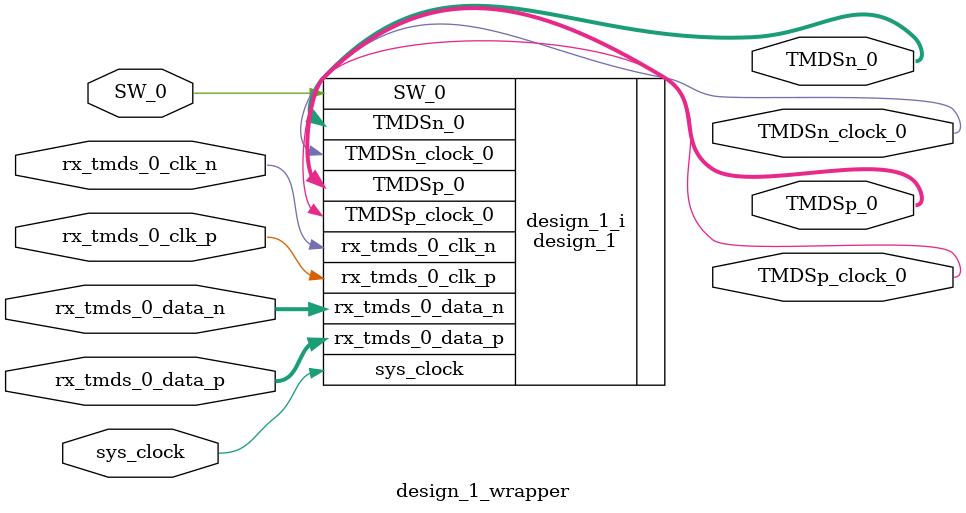
<source format=v>
`timescale 1 ps / 1 ps

module design_1_wrapper
   (SW_0,
    TMDSn_0,
    TMDSn_clock_0,
    TMDSp_0,
    TMDSp_clock_0,
    rx_tmds_0_clk_n,
    rx_tmds_0_clk_p,
    rx_tmds_0_data_n,
    rx_tmds_0_data_p,
    sys_clock);
  input SW_0;
  output [2:0]TMDSn_0;
  output TMDSn_clock_0;
  output [2:0]TMDSp_0;
  output TMDSp_clock_0;
  input rx_tmds_0_clk_n;
  input rx_tmds_0_clk_p;
  input [2:0]rx_tmds_0_data_n;
  input [2:0]rx_tmds_0_data_p;
  input sys_clock;

  wire SW_0;
  wire [2:0]TMDSn_0;
  wire TMDSn_clock_0;
  wire [2:0]TMDSp_0;
  wire TMDSp_clock_0;
  wire rx_tmds_0_clk_n;
  wire rx_tmds_0_clk_p;
  wire [2:0]rx_tmds_0_data_n;
  wire [2:0]rx_tmds_0_data_p;
  wire sys_clock;

  design_1 design_1_i
       (.SW_0(SW_0),
        .TMDSn_0(TMDSn_0),
        .TMDSn_clock_0(TMDSn_clock_0),
        .TMDSp_0(TMDSp_0),
        .TMDSp_clock_0(TMDSp_clock_0),
        .rx_tmds_0_clk_n(rx_tmds_0_clk_n),
        .rx_tmds_0_clk_p(rx_tmds_0_clk_p),
        .rx_tmds_0_data_n(rx_tmds_0_data_n),
        .rx_tmds_0_data_p(rx_tmds_0_data_p),
        .sys_clock(sys_clock));
endmodule

</source>
